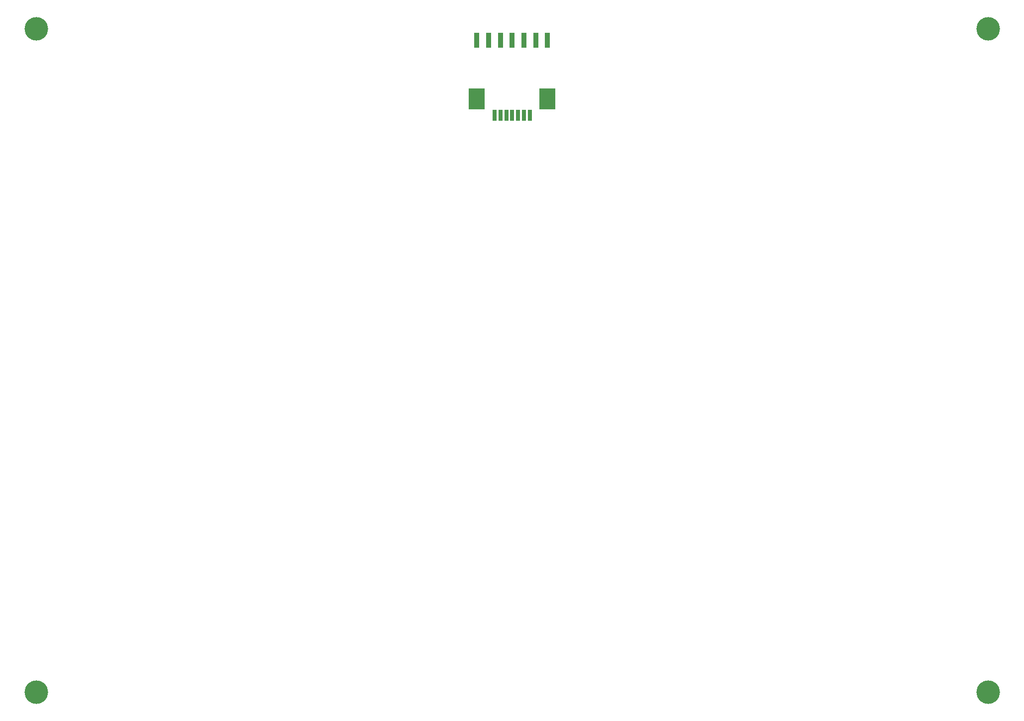
<source format=gbr>
G04 GENERATED BY PULSONIX 7.0 GERBER.DLL 4573*
%INHILLSTAR_140X90_EL_V1_0*%
%LNGERBER_SOLDERMASK_BOTTOM*%
%FSLAX33Y33*%
%IPPOS*%
%LPD*%
%OFA0B0*%
%MOMM*%
%ADD430R,0.651X1.951*%
%ADD435R,2.751X3.651*%
%ADD2890C,4.000*%
%ADD5681R,0.951X2.551*%
X0Y0D02*
D02*
D430*
X128416Y168312D03*
X129416D03*
X130416D03*
X131416D03*
X132416D03*
X133416D03*
X134416D03*
D02*
D435*
X125416Y171112D03*
X137416D03*
D02*
D2890*
X50416Y70012D03*
Y183012D03*
X212416Y70012D03*
Y183012D03*
D02*
D5681*
X125416Y181112D03*
X127416D03*
X129416D03*
X131416D03*
X133416D03*
X135416D03*
X137416D03*
X0Y0D02*
M02*

</source>
